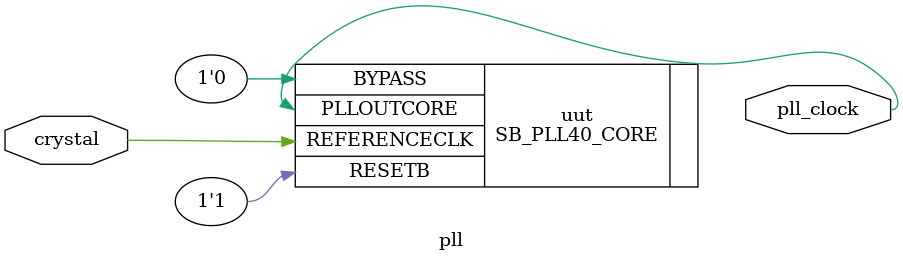
<source format=v>
`default_nettype none
module pll (input crystal, output pll_clock);
SB_PLL40_CORE #(
    .PLLOUT_SELECT("GENCLK"),


.FEEDBACK_PATH("SIMPLE"),
.DIVR(4'b0000),		// DIVR =  0
.DIVF(7'b0111111),	// DIVF = 63
.DIVQ(3'b101),		// DIVQ =  5
.FILTER_RANGE(3'b001)	// FILTER_RANGE = 1



) uut (
    .RESETB(1'b1),
    .BYPASS(1'b0),
    .REFERENCECLK(crystal),
    .PLLOUTCORE(pll_clock)
);
endmodule



</source>
